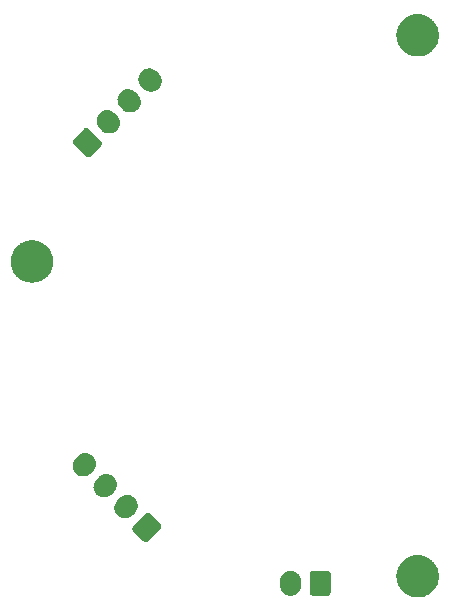
<source format=gbs>
G04 #@! TF.GenerationSoftware,KiCad,Pcbnew,7.0.8-7.0.8~ubuntu22.04.1*
G04 #@! TF.CreationDate,2023-10-24T23:53:50-07:00*
G04 #@! TF.ProjectId,tentacle-board,74656e74-6163-46c6-952d-626f6172642e,REV1*
G04 #@! TF.SameCoordinates,Original*
G04 #@! TF.FileFunction,Soldermask,Bot*
G04 #@! TF.FilePolarity,Negative*
%FSLAX46Y46*%
G04 Gerber Fmt 4.6, Leading zero omitted, Abs format (unit mm)*
G04 Created by KiCad (PCBNEW 7.0.8-7.0.8~ubuntu22.04.1) date 2023-10-24 23:53:50*
%MOMM*%
%LPD*%
G01*
G04 APERTURE LIST*
G04 APERTURE END LIST*
G36*
X128108815Y-114754036D02*
G01*
X128174589Y-114754036D01*
X128233988Y-114762989D01*
X128296287Y-114767445D01*
X128370142Y-114783511D01*
X128440760Y-114794155D01*
X128492646Y-114810159D01*
X128547370Y-114822064D01*
X128624483Y-114850825D01*
X128697979Y-114873496D01*
X128741647Y-114894525D01*
X128788112Y-114911856D01*
X128866380Y-114954593D01*
X128940500Y-114990288D01*
X128975699Y-115014286D01*
X129013631Y-115034999D01*
X129090716Y-115092704D01*
X129162905Y-115141922D01*
X129189802Y-115166879D01*
X129219331Y-115188984D01*
X129292714Y-115262367D01*
X129360226Y-115325009D01*
X129379402Y-115349055D01*
X129401015Y-115370668D01*
X129468044Y-115460209D01*
X129528056Y-115535461D01*
X129540458Y-115556943D01*
X129555000Y-115576368D01*
X129613009Y-115682603D01*
X129662645Y-115768575D01*
X129669524Y-115786102D01*
X129678143Y-115801887D01*
X129724527Y-115926248D01*
X129760987Y-116019146D01*
X129763842Y-116031656D01*
X129767935Y-116042629D01*
X129800202Y-116190961D01*
X129820884Y-116281575D01*
X129821393Y-116288379D01*
X129822554Y-116293712D01*
X129838477Y-116516333D01*
X129841000Y-116550000D01*
X129838476Y-116583669D01*
X129822554Y-116806287D01*
X129821394Y-116811619D01*
X129820884Y-116818425D01*
X129800197Y-116909058D01*
X129767935Y-117057370D01*
X129763842Y-117068341D01*
X129760987Y-117080854D01*
X129724520Y-117173770D01*
X129678143Y-117298112D01*
X129669525Y-117313893D01*
X129662645Y-117331425D01*
X129612998Y-117417414D01*
X129555000Y-117523631D01*
X129540461Y-117543052D01*
X129528056Y-117564539D01*
X129468032Y-117639805D01*
X129401015Y-117729331D01*
X129379406Y-117750939D01*
X129360226Y-117774991D01*
X129292701Y-117837644D01*
X129219331Y-117911015D01*
X129189808Y-117933115D01*
X129162905Y-117958078D01*
X129090701Y-118007305D01*
X129013631Y-118065000D01*
X128975707Y-118085708D01*
X128940500Y-118109712D01*
X128866364Y-118145413D01*
X128788112Y-118188143D01*
X128741656Y-118205469D01*
X128697979Y-118226504D01*
X128624467Y-118249179D01*
X128547370Y-118277935D01*
X128492657Y-118289836D01*
X128440760Y-118305845D01*
X128370127Y-118316491D01*
X128296287Y-118332554D01*
X128234001Y-118337009D01*
X128174589Y-118345964D01*
X128108801Y-118345964D01*
X128040000Y-118350885D01*
X127971199Y-118345964D01*
X127905411Y-118345964D01*
X127845999Y-118337009D01*
X127783712Y-118332554D01*
X127709868Y-118316490D01*
X127639240Y-118305845D01*
X127587344Y-118289837D01*
X127532629Y-118277935D01*
X127455526Y-118249177D01*
X127382021Y-118226504D01*
X127338346Y-118205471D01*
X127291887Y-118188143D01*
X127213626Y-118145409D01*
X127139500Y-118109712D01*
X127104296Y-118085710D01*
X127066368Y-118065000D01*
X126989287Y-118007298D01*
X126917095Y-117958078D01*
X126890195Y-117933119D01*
X126860668Y-117911015D01*
X126787285Y-117837632D01*
X126719774Y-117774991D01*
X126700597Y-117750944D01*
X126678984Y-117729331D01*
X126611950Y-117639785D01*
X126551944Y-117564539D01*
X126539541Y-117543058D01*
X126524999Y-117523631D01*
X126466982Y-117417382D01*
X126417355Y-117331425D01*
X126410476Y-117313900D01*
X126401856Y-117298112D01*
X126355459Y-117173718D01*
X126319013Y-117080854D01*
X126316158Y-117068348D01*
X126312064Y-117057370D01*
X126279780Y-116908964D01*
X126259116Y-116818425D01*
X126258606Y-116811626D01*
X126257445Y-116806287D01*
X126241501Y-116583376D01*
X126239000Y-116550000D01*
X126241501Y-116516626D01*
X126257445Y-116293712D01*
X126258606Y-116288372D01*
X126259116Y-116281575D01*
X126279776Y-116191055D01*
X126312064Y-116042629D01*
X126316159Y-116031649D01*
X126319013Y-116019146D01*
X126355452Y-115926300D01*
X126401856Y-115801887D01*
X126410478Y-115786096D01*
X126417355Y-115768575D01*
X126466972Y-115682635D01*
X126524999Y-115576368D01*
X126539544Y-115556937D01*
X126551944Y-115535461D01*
X126611938Y-115460230D01*
X126678984Y-115370668D01*
X126700601Y-115349050D01*
X126719774Y-115325009D01*
X126787271Y-115262380D01*
X126860668Y-115188984D01*
X126890201Y-115166875D01*
X126917095Y-115141922D01*
X126989272Y-115092712D01*
X127066368Y-115034999D01*
X127104304Y-115014284D01*
X127139500Y-114990288D01*
X127213611Y-114954597D01*
X127291887Y-114911856D01*
X127338355Y-114894524D01*
X127382021Y-114873496D01*
X127455510Y-114850827D01*
X127532629Y-114822064D01*
X127587355Y-114810159D01*
X127639240Y-114794155D01*
X127709853Y-114783511D01*
X127783712Y-114767445D01*
X127846012Y-114762988D01*
X127905411Y-114754036D01*
X127971185Y-114754036D01*
X128040000Y-114749114D01*
X128108815Y-114754036D01*
G37*
G36*
X120458914Y-116106995D02*
G01*
X120463645Y-116109084D01*
X120466811Y-116109501D01*
X120506442Y-116127981D01*
X120560106Y-116151676D01*
X120638324Y-116229894D01*
X120662028Y-116283579D01*
X120680498Y-116323188D01*
X120680914Y-116326351D01*
X120683005Y-116331086D01*
X120691000Y-116400000D01*
X120691000Y-117900000D01*
X120683005Y-117968914D01*
X120680914Y-117973648D01*
X120680498Y-117976811D01*
X120662036Y-118016402D01*
X120638324Y-118070106D01*
X120560106Y-118148324D01*
X120506402Y-118172036D01*
X120466811Y-118190498D01*
X120463648Y-118190914D01*
X120458914Y-118193005D01*
X120390000Y-118201000D01*
X119190000Y-118201000D01*
X119121086Y-118193005D01*
X119116351Y-118190914D01*
X119113188Y-118190498D01*
X119073579Y-118172028D01*
X119019894Y-118148324D01*
X118941676Y-118070106D01*
X118917981Y-118016442D01*
X118899501Y-117976811D01*
X118899084Y-117973645D01*
X118896995Y-117968914D01*
X118889000Y-117900000D01*
X118889000Y-116400000D01*
X118896995Y-116331086D01*
X118899084Y-116326354D01*
X118899501Y-116323188D01*
X118917989Y-116283538D01*
X118941676Y-116229894D01*
X119019894Y-116151676D01*
X119073544Y-116127987D01*
X119113188Y-116109501D01*
X119116354Y-116109084D01*
X119121086Y-116106995D01*
X119190000Y-116099000D01*
X120390000Y-116099000D01*
X120458914Y-116106995D01*
G37*
G36*
X117314350Y-116103936D02*
G01*
X117384180Y-116103936D01*
X117406064Y-116108587D01*
X117426398Y-116109619D01*
X117497376Y-116127996D01*
X117568424Y-116143098D01*
X117586103Y-116150969D01*
X117602845Y-116155304D01*
X117671706Y-116189082D01*
X117740500Y-116219711D01*
X117753702Y-116229303D01*
X117766472Y-116235567D01*
X117829900Y-116284664D01*
X117892887Y-116330427D01*
X117901779Y-116340303D01*
X117910599Y-116347130D01*
X117965315Y-116410867D01*
X118018924Y-116470405D01*
X118024050Y-116479285D01*
X118029315Y-116485417D01*
X118072213Y-116562704D01*
X118113104Y-116633530D01*
X118115334Y-116640394D01*
X118117768Y-116644779D01*
X118146107Y-116735104D01*
X118171311Y-116812672D01*
X118171747Y-116816824D01*
X118172328Y-116818675D01*
X118183850Y-116931978D01*
X118191000Y-117000000D01*
X118191000Y-117300000D01*
X118190888Y-117301059D01*
X118186377Y-117390001D01*
X118176477Y-117438175D01*
X118171311Y-117487328D01*
X118157884Y-117528649D01*
X118149458Y-117569656D01*
X118129292Y-117616645D01*
X118113104Y-117666470D01*
X118092877Y-117701504D01*
X118077584Y-117737141D01*
X118046605Y-117781648D01*
X118018924Y-117829595D01*
X117993857Y-117857434D01*
X117973462Y-117886737D01*
X117931901Y-117926242D01*
X117892887Y-117969573D01*
X117865014Y-117989823D01*
X117841364Y-118012305D01*
X117790043Y-118044293D01*
X117740500Y-118080289D01*
X117711777Y-118093077D01*
X117686692Y-118108713D01*
X117627025Y-118130810D01*
X117568424Y-118156902D01*
X117540620Y-118162811D01*
X117515779Y-118172012D01*
X117449735Y-118182129D01*
X117384180Y-118196064D01*
X117358781Y-118196064D01*
X117335622Y-118199612D01*
X117265669Y-118196064D01*
X117195820Y-118196064D01*
X117173929Y-118191411D01*
X117153601Y-118190380D01*
X117082639Y-118172006D01*
X117011576Y-118156902D01*
X116993892Y-118149028D01*
X116977154Y-118144695D01*
X116908304Y-118110922D01*
X116839500Y-118080289D01*
X116826295Y-118070695D01*
X116813527Y-118064432D01*
X116750104Y-118015339D01*
X116687113Y-117969573D01*
X116678219Y-117959695D01*
X116669400Y-117952869D01*
X116614681Y-117889129D01*
X116561076Y-117829595D01*
X116555949Y-117820715D01*
X116550684Y-117814582D01*
X116507775Y-117737275D01*
X116466896Y-117666470D01*
X116464666Y-117659607D01*
X116462231Y-117655220D01*
X116433872Y-117564833D01*
X116408689Y-117487328D01*
X116408252Y-117483178D01*
X116407671Y-117481324D01*
X116396144Y-117367975D01*
X116389000Y-117300000D01*
X116389000Y-117000000D01*
X116389111Y-116998941D01*
X116393622Y-116909998D01*
X116403524Y-116861812D01*
X116408689Y-116812672D01*
X116422111Y-116771360D01*
X116430541Y-116730343D01*
X116450711Y-116683340D01*
X116466896Y-116633530D01*
X116487117Y-116598505D01*
X116502415Y-116562858D01*
X116533402Y-116518337D01*
X116561076Y-116470405D01*
X116586135Y-116442573D01*
X116606537Y-116413262D01*
X116648110Y-116373743D01*
X116687113Y-116330427D01*
X116714976Y-116310182D01*
X116738635Y-116287694D01*
X116789971Y-116255695D01*
X116839500Y-116219711D01*
X116868213Y-116206927D01*
X116893307Y-116191286D01*
X116952992Y-116169180D01*
X117011576Y-116143098D01*
X117039370Y-116137190D01*
X117064220Y-116127987D01*
X117130283Y-116117866D01*
X117195820Y-116103936D01*
X117221211Y-116103936D01*
X117244377Y-116100387D01*
X117314350Y-116103936D01*
G37*
G36*
X105318382Y-111210187D02*
G01*
X105359487Y-111225148D01*
X105362021Y-111227092D01*
X105366844Y-111228961D01*
X105421226Y-111272037D01*
X105647245Y-111498056D01*
X106267671Y-112118481D01*
X106267674Y-112118485D01*
X106269755Y-112120566D01*
X106312831Y-112174948D01*
X106314698Y-112179769D01*
X106316642Y-112182302D01*
X106331595Y-112223386D01*
X106352790Y-112278096D01*
X106352790Y-112388713D01*
X106331592Y-112443431D01*
X106316643Y-112484504D01*
X106314700Y-112487035D01*
X106312831Y-112491861D01*
X106269755Y-112546244D01*
X105244450Y-113571549D01*
X105190067Y-113614625D01*
X105185243Y-113616493D01*
X105182712Y-113618436D01*
X105141637Y-113633386D01*
X105086919Y-113654584D01*
X104976302Y-113654584D01*
X104921599Y-113633392D01*
X104880510Y-113618437D01*
X104877977Y-113616493D01*
X104873154Y-113614625D01*
X104818772Y-113571549D01*
X104394505Y-113147282D01*
X103972326Y-112725104D01*
X103972322Y-112725099D01*
X103970243Y-112723020D01*
X103927167Y-112668638D01*
X103925299Y-112663816D01*
X103923355Y-112661283D01*
X103908398Y-112620190D01*
X103887208Y-112565490D01*
X103887208Y-112454873D01*
X103908389Y-112400195D01*
X103923354Y-112359081D01*
X103925299Y-112356545D01*
X103927167Y-112351725D01*
X103970243Y-112297342D01*
X104726767Y-111540818D01*
X104993464Y-111274120D01*
X104993468Y-111274116D01*
X104995548Y-111272037D01*
X105049931Y-111228961D01*
X105054750Y-111227094D01*
X105057285Y-111225149D01*
X105098394Y-111210186D01*
X105153079Y-111189002D01*
X105263696Y-111189002D01*
X105318382Y-111210187D01*
G37*
G36*
X103521792Y-109671260D02*
G01*
X103554424Y-109672088D01*
X103613354Y-109685762D01*
X103673816Y-109695339D01*
X103703156Y-109706601D01*
X103731962Y-109713286D01*
X103789793Y-109739858D01*
X103849666Y-109762841D01*
X103873501Y-109778320D01*
X103897572Y-109789380D01*
X103951428Y-109828927D01*
X104007638Y-109865430D01*
X104025596Y-109883388D01*
X104044482Y-109897256D01*
X104091441Y-109949233D01*
X104140828Y-109998620D01*
X104153015Y-110017387D01*
X104166664Y-110032494D01*
X104203858Y-110095677D01*
X104243417Y-110156592D01*
X104250351Y-110174657D01*
X104259125Y-110189561D01*
X104283936Y-110262148D01*
X104310919Y-110332442D01*
X104313471Y-110348557D01*
X104318073Y-110362020D01*
X104328207Y-110441596D01*
X104340385Y-110518484D01*
X104339689Y-110531756D01*
X104341098Y-110542817D01*
X104334720Y-110626560D01*
X104330527Y-110706585D01*
X104327872Y-110716491D01*
X104327259Y-110724550D01*
X104302941Y-110809535D01*
X104281776Y-110888527D01*
X104278499Y-110894958D01*
X104277120Y-110899778D01*
X104233321Y-110983623D01*
X104196262Y-111056358D01*
X104193630Y-111059607D01*
X104192735Y-111061322D01*
X104120998Y-111149299D01*
X104077723Y-111202741D01*
X103900947Y-111379517D01*
X103900099Y-111380203D01*
X103834035Y-111439890D01*
X103792975Y-111466951D01*
X103754564Y-111498056D01*
X103715849Y-111517781D01*
X103680897Y-111540818D01*
X103633415Y-111559784D01*
X103586733Y-111583570D01*
X103547653Y-111594041D01*
X103511639Y-111608427D01*
X103458256Y-111617995D01*
X103404791Y-111632321D01*
X103367393Y-111634280D01*
X103332244Y-111640581D01*
X103274909Y-111639127D01*
X103216690Y-111642179D01*
X103182664Y-111636789D01*
X103150039Y-111635963D01*
X103091120Y-111622290D01*
X103030648Y-111612713D01*
X103001302Y-111601448D01*
X102972501Y-111594765D01*
X102914677Y-111568196D01*
X102854798Y-111545211D01*
X102830959Y-111529729D01*
X102806891Y-111518671D01*
X102753038Y-111479127D01*
X102696826Y-111442622D01*
X102678866Y-111424662D01*
X102659981Y-111410795D01*
X102613021Y-111358817D01*
X102563636Y-111309432D01*
X102551448Y-111290665D01*
X102537799Y-111275557D01*
X102500601Y-111212367D01*
X102461047Y-111151460D01*
X102454113Y-111133396D01*
X102445338Y-111118490D01*
X102420521Y-111045887D01*
X102393545Y-110975610D01*
X102390993Y-110959497D01*
X102386390Y-110946031D01*
X102376252Y-110866427D01*
X102364079Y-110789568D01*
X102364774Y-110776300D01*
X102363365Y-110765234D01*
X102369745Y-110681446D01*
X102373937Y-110601467D01*
X102376589Y-110591566D01*
X102377204Y-110583501D01*
X102401541Y-110498446D01*
X102422688Y-110419525D01*
X102425961Y-110413099D01*
X102427343Y-110408273D01*
X102471202Y-110324309D01*
X102508202Y-110251694D01*
X102510829Y-110248449D01*
X102511728Y-110246729D01*
X102583727Y-110158427D01*
X102626741Y-110105311D01*
X102628352Y-110103699D01*
X102628357Y-110103694D01*
X102802704Y-109929347D01*
X102802714Y-109929337D01*
X102803517Y-109928535D01*
X102804344Y-109927865D01*
X102870428Y-109868161D01*
X102911499Y-109841092D01*
X102949900Y-109809996D01*
X102988603Y-109790275D01*
X103023566Y-109767233D01*
X103071061Y-109748261D01*
X103117731Y-109724482D01*
X103156800Y-109714013D01*
X103192824Y-109699624D01*
X103246221Y-109690053D01*
X103299673Y-109675731D01*
X103337061Y-109673771D01*
X103372219Y-109667470D01*
X103429567Y-109668923D01*
X103487774Y-109665873D01*
X103521792Y-109671260D01*
G37*
G36*
X101754025Y-107903493D02*
G01*
X101786657Y-107904321D01*
X101845587Y-107917995D01*
X101906049Y-107927572D01*
X101935389Y-107938834D01*
X101964195Y-107945519D01*
X102022026Y-107972091D01*
X102081899Y-107995074D01*
X102105734Y-108010553D01*
X102129805Y-108021613D01*
X102183661Y-108061160D01*
X102239871Y-108097663D01*
X102257829Y-108115621D01*
X102276715Y-108129489D01*
X102323674Y-108181466D01*
X102373061Y-108230853D01*
X102385248Y-108249620D01*
X102398897Y-108264727D01*
X102436091Y-108327910D01*
X102475650Y-108388825D01*
X102482584Y-108406890D01*
X102491358Y-108421794D01*
X102516169Y-108494381D01*
X102543152Y-108564675D01*
X102545704Y-108580790D01*
X102550306Y-108594253D01*
X102560440Y-108673829D01*
X102572618Y-108750717D01*
X102571922Y-108763989D01*
X102573331Y-108775050D01*
X102566953Y-108858793D01*
X102562760Y-108938818D01*
X102560105Y-108948724D01*
X102559492Y-108956783D01*
X102535174Y-109041768D01*
X102514009Y-109120760D01*
X102510732Y-109127191D01*
X102509353Y-109132011D01*
X102465554Y-109215856D01*
X102428495Y-109288591D01*
X102425863Y-109291840D01*
X102424968Y-109293555D01*
X102353231Y-109381532D01*
X102309956Y-109434974D01*
X102133180Y-109611750D01*
X102132332Y-109612436D01*
X102066268Y-109672123D01*
X102025208Y-109699184D01*
X101986797Y-109730289D01*
X101948082Y-109750014D01*
X101913130Y-109773051D01*
X101865648Y-109792017D01*
X101818966Y-109815803D01*
X101779886Y-109826274D01*
X101743872Y-109840660D01*
X101690489Y-109850228D01*
X101637024Y-109864554D01*
X101599626Y-109866513D01*
X101564477Y-109872814D01*
X101507142Y-109871360D01*
X101448923Y-109874412D01*
X101414897Y-109869022D01*
X101382272Y-109868196D01*
X101323353Y-109854523D01*
X101262881Y-109844946D01*
X101233535Y-109833681D01*
X101204734Y-109826998D01*
X101146910Y-109800429D01*
X101087031Y-109777444D01*
X101063192Y-109761962D01*
X101039124Y-109750904D01*
X100985271Y-109711360D01*
X100929059Y-109674855D01*
X100911099Y-109656895D01*
X100892214Y-109643028D01*
X100845254Y-109591050D01*
X100795869Y-109541665D01*
X100783681Y-109522898D01*
X100770032Y-109507790D01*
X100732834Y-109444600D01*
X100693280Y-109383693D01*
X100686346Y-109365629D01*
X100677571Y-109350723D01*
X100652754Y-109278120D01*
X100625778Y-109207843D01*
X100623226Y-109191730D01*
X100618623Y-109178264D01*
X100608485Y-109098660D01*
X100596312Y-109021801D01*
X100597007Y-109008533D01*
X100595598Y-108997467D01*
X100601978Y-108913679D01*
X100606170Y-108833700D01*
X100608822Y-108823799D01*
X100609437Y-108815734D01*
X100633774Y-108730679D01*
X100654921Y-108651758D01*
X100658194Y-108645332D01*
X100659576Y-108640506D01*
X100703435Y-108556542D01*
X100740435Y-108483927D01*
X100743062Y-108480682D01*
X100743961Y-108478962D01*
X100815960Y-108390660D01*
X100858974Y-108337544D01*
X100860585Y-108335932D01*
X100860590Y-108335927D01*
X101034937Y-108161580D01*
X101034947Y-108161570D01*
X101035750Y-108160768D01*
X101036577Y-108160098D01*
X101102661Y-108100394D01*
X101143732Y-108073325D01*
X101182133Y-108042229D01*
X101220836Y-108022508D01*
X101255799Y-107999466D01*
X101303294Y-107980494D01*
X101349964Y-107956715D01*
X101389033Y-107946246D01*
X101425057Y-107931857D01*
X101478454Y-107922286D01*
X101531906Y-107907964D01*
X101569294Y-107906004D01*
X101604452Y-107899703D01*
X101661800Y-107901156D01*
X101720007Y-107898106D01*
X101754025Y-107903493D01*
G37*
G36*
X99986258Y-106135726D02*
G01*
X100018890Y-106136554D01*
X100077820Y-106150228D01*
X100138282Y-106159805D01*
X100167622Y-106171067D01*
X100196428Y-106177752D01*
X100254259Y-106204324D01*
X100314132Y-106227307D01*
X100337967Y-106242786D01*
X100362038Y-106253846D01*
X100415894Y-106293393D01*
X100472104Y-106329896D01*
X100490062Y-106347854D01*
X100508948Y-106361722D01*
X100555907Y-106413699D01*
X100605294Y-106463086D01*
X100617481Y-106481853D01*
X100631130Y-106496960D01*
X100668324Y-106560143D01*
X100707883Y-106621058D01*
X100714817Y-106639123D01*
X100723591Y-106654027D01*
X100748402Y-106726614D01*
X100775385Y-106796908D01*
X100777937Y-106813023D01*
X100782539Y-106826486D01*
X100792673Y-106906062D01*
X100804851Y-106982950D01*
X100804155Y-106996222D01*
X100805564Y-107007283D01*
X100799186Y-107091026D01*
X100794993Y-107171051D01*
X100792338Y-107180957D01*
X100791725Y-107189016D01*
X100767407Y-107274001D01*
X100746242Y-107352993D01*
X100742965Y-107359424D01*
X100741586Y-107364244D01*
X100697787Y-107448089D01*
X100660728Y-107520824D01*
X100658096Y-107524073D01*
X100657201Y-107525788D01*
X100585464Y-107613765D01*
X100542189Y-107667207D01*
X100365413Y-107843983D01*
X100364565Y-107844669D01*
X100298501Y-107904356D01*
X100257441Y-107931417D01*
X100219030Y-107962522D01*
X100180315Y-107982247D01*
X100145363Y-108005284D01*
X100097881Y-108024250D01*
X100051199Y-108048036D01*
X100012119Y-108058507D01*
X99976105Y-108072893D01*
X99922722Y-108082461D01*
X99869257Y-108096787D01*
X99831859Y-108098746D01*
X99796710Y-108105047D01*
X99739375Y-108103593D01*
X99681156Y-108106645D01*
X99647130Y-108101255D01*
X99614505Y-108100429D01*
X99555586Y-108086756D01*
X99495114Y-108077179D01*
X99465768Y-108065914D01*
X99436967Y-108059231D01*
X99379143Y-108032662D01*
X99319264Y-108009677D01*
X99295425Y-107994195D01*
X99271357Y-107983137D01*
X99217504Y-107943593D01*
X99161292Y-107907088D01*
X99143332Y-107889128D01*
X99124447Y-107875261D01*
X99077487Y-107823283D01*
X99028102Y-107773898D01*
X99015914Y-107755131D01*
X99002265Y-107740023D01*
X98965067Y-107676833D01*
X98925513Y-107615926D01*
X98918579Y-107597862D01*
X98909804Y-107582956D01*
X98884987Y-107510353D01*
X98858011Y-107440076D01*
X98855459Y-107423963D01*
X98850856Y-107410497D01*
X98840718Y-107330893D01*
X98828545Y-107254034D01*
X98829240Y-107240766D01*
X98827831Y-107229700D01*
X98834211Y-107145912D01*
X98838403Y-107065933D01*
X98841055Y-107056032D01*
X98841670Y-107047967D01*
X98866007Y-106962912D01*
X98887154Y-106883991D01*
X98890427Y-106877565D01*
X98891809Y-106872739D01*
X98935668Y-106788775D01*
X98972668Y-106716160D01*
X98975295Y-106712915D01*
X98976194Y-106711195D01*
X99048193Y-106622893D01*
X99091207Y-106569777D01*
X99092818Y-106568165D01*
X99092823Y-106568160D01*
X99267170Y-106393813D01*
X99267180Y-106393803D01*
X99267983Y-106393001D01*
X99268810Y-106392331D01*
X99334894Y-106332627D01*
X99375965Y-106305558D01*
X99414366Y-106274462D01*
X99453069Y-106254741D01*
X99488032Y-106231699D01*
X99535527Y-106212727D01*
X99582197Y-106188948D01*
X99621266Y-106178479D01*
X99657290Y-106164090D01*
X99710687Y-106154519D01*
X99764139Y-106140197D01*
X99801527Y-106138237D01*
X99836685Y-106131936D01*
X99894033Y-106133389D01*
X99952240Y-106130339D01*
X99986258Y-106135726D01*
G37*
G36*
X95458815Y-88104036D02*
G01*
X95524589Y-88104036D01*
X95583988Y-88112989D01*
X95646287Y-88117445D01*
X95720142Y-88133511D01*
X95790760Y-88144155D01*
X95842646Y-88160159D01*
X95897370Y-88172064D01*
X95974483Y-88200825D01*
X96047979Y-88223496D01*
X96091647Y-88244525D01*
X96138112Y-88261856D01*
X96216380Y-88304593D01*
X96290500Y-88340288D01*
X96325699Y-88364286D01*
X96363631Y-88384999D01*
X96440716Y-88442704D01*
X96512905Y-88491922D01*
X96539802Y-88516879D01*
X96569331Y-88538984D01*
X96642714Y-88612367D01*
X96710226Y-88675009D01*
X96729402Y-88699055D01*
X96751015Y-88720668D01*
X96818044Y-88810209D01*
X96878056Y-88885461D01*
X96890458Y-88906943D01*
X96905000Y-88926368D01*
X96963009Y-89032603D01*
X97012645Y-89118575D01*
X97019524Y-89136102D01*
X97028143Y-89151887D01*
X97074527Y-89276248D01*
X97110987Y-89369146D01*
X97113842Y-89381656D01*
X97117935Y-89392629D01*
X97150202Y-89540961D01*
X97170884Y-89631575D01*
X97171393Y-89638379D01*
X97172554Y-89643712D01*
X97188477Y-89866333D01*
X97191000Y-89900000D01*
X97188476Y-89933669D01*
X97172554Y-90156287D01*
X97171394Y-90161619D01*
X97170884Y-90168425D01*
X97150197Y-90259058D01*
X97117935Y-90407370D01*
X97113842Y-90418341D01*
X97110987Y-90430854D01*
X97074520Y-90523770D01*
X97028143Y-90648112D01*
X97019525Y-90663893D01*
X97012645Y-90681425D01*
X96962998Y-90767414D01*
X96905000Y-90873631D01*
X96890461Y-90893052D01*
X96878056Y-90914539D01*
X96818032Y-90989805D01*
X96751015Y-91079331D01*
X96729406Y-91100939D01*
X96710226Y-91124991D01*
X96642701Y-91187644D01*
X96569331Y-91261015D01*
X96539808Y-91283115D01*
X96512905Y-91308078D01*
X96440701Y-91357305D01*
X96363631Y-91415000D01*
X96325707Y-91435708D01*
X96290500Y-91459712D01*
X96216364Y-91495413D01*
X96138112Y-91538143D01*
X96091656Y-91555469D01*
X96047979Y-91576504D01*
X95974467Y-91599179D01*
X95897370Y-91627935D01*
X95842657Y-91639836D01*
X95790760Y-91655845D01*
X95720127Y-91666491D01*
X95646287Y-91682554D01*
X95584001Y-91687009D01*
X95524589Y-91695964D01*
X95458801Y-91695964D01*
X95390000Y-91700885D01*
X95321199Y-91695964D01*
X95255411Y-91695964D01*
X95195999Y-91687009D01*
X95133712Y-91682554D01*
X95059868Y-91666490D01*
X94989240Y-91655845D01*
X94937344Y-91639837D01*
X94882629Y-91627935D01*
X94805526Y-91599177D01*
X94732021Y-91576504D01*
X94688346Y-91555471D01*
X94641887Y-91538143D01*
X94563626Y-91495409D01*
X94489500Y-91459712D01*
X94454296Y-91435710D01*
X94416368Y-91415000D01*
X94339287Y-91357298D01*
X94267095Y-91308078D01*
X94240195Y-91283119D01*
X94210668Y-91261015D01*
X94137285Y-91187632D01*
X94069774Y-91124991D01*
X94050597Y-91100944D01*
X94028984Y-91079331D01*
X93961950Y-90989785D01*
X93901944Y-90914539D01*
X93889541Y-90893058D01*
X93874999Y-90873631D01*
X93816982Y-90767382D01*
X93767355Y-90681425D01*
X93760476Y-90663900D01*
X93751856Y-90648112D01*
X93705459Y-90523718D01*
X93669013Y-90430854D01*
X93666158Y-90418348D01*
X93662064Y-90407370D01*
X93629780Y-90258964D01*
X93609116Y-90168425D01*
X93608606Y-90161626D01*
X93607445Y-90156287D01*
X93591501Y-89933376D01*
X93589000Y-89900000D01*
X93591501Y-89866626D01*
X93607445Y-89643712D01*
X93608606Y-89638372D01*
X93609116Y-89631575D01*
X93629776Y-89541055D01*
X93662064Y-89392629D01*
X93666159Y-89381649D01*
X93669013Y-89369146D01*
X93705452Y-89276300D01*
X93751856Y-89151887D01*
X93760478Y-89136096D01*
X93767355Y-89118575D01*
X93816972Y-89032635D01*
X93874999Y-88926368D01*
X93889544Y-88906937D01*
X93901944Y-88885461D01*
X93961938Y-88810230D01*
X94028984Y-88720668D01*
X94050601Y-88699050D01*
X94069774Y-88675009D01*
X94137271Y-88612380D01*
X94210668Y-88538984D01*
X94240201Y-88516875D01*
X94267095Y-88491922D01*
X94339272Y-88442712D01*
X94416368Y-88384999D01*
X94454304Y-88364284D01*
X94489500Y-88340288D01*
X94563611Y-88304597D01*
X94641887Y-88261856D01*
X94688355Y-88244524D01*
X94732021Y-88223496D01*
X94805510Y-88200827D01*
X94882629Y-88172064D01*
X94937355Y-88160159D01*
X94989240Y-88144155D01*
X95059853Y-88133511D01*
X95133712Y-88117445D01*
X95196012Y-88112988D01*
X95255411Y-88104036D01*
X95321185Y-88104036D01*
X95390000Y-88099114D01*
X95458815Y-88104036D01*
G37*
G36*
X100103465Y-78630253D02*
G01*
X100144570Y-78645214D01*
X100147104Y-78647158D01*
X100151927Y-78649027D01*
X100206310Y-78692103D01*
X101231615Y-79717408D01*
X101274691Y-79771791D01*
X101276558Y-79776612D01*
X101278502Y-79779145D01*
X101293455Y-79820229D01*
X101314650Y-79874939D01*
X101314650Y-79985556D01*
X101293452Y-80040274D01*
X101278503Y-80081347D01*
X101276560Y-80083878D01*
X101274691Y-80088704D01*
X101231615Y-80143086D01*
X100383086Y-80991615D01*
X100328704Y-81034691D01*
X100323880Y-81036559D01*
X100321349Y-81038502D01*
X100280274Y-81053452D01*
X100225556Y-81074650D01*
X100114939Y-81074650D01*
X100060236Y-81053458D01*
X100019147Y-81038503D01*
X100016614Y-81036559D01*
X100011791Y-81034691D01*
X99957408Y-80991615D01*
X98932103Y-79966310D01*
X98889027Y-79911927D01*
X98887159Y-79907105D01*
X98885215Y-79904572D01*
X98870258Y-79863479D01*
X98849068Y-79808779D01*
X98849068Y-79698162D01*
X98870249Y-79643484D01*
X98885214Y-79602370D01*
X98887159Y-79599834D01*
X98889027Y-79595014D01*
X98932103Y-79540632D01*
X98934191Y-79538544D01*
X99778547Y-78694186D01*
X99778555Y-78694179D01*
X99780632Y-78692103D01*
X99835014Y-78649027D01*
X99839833Y-78647160D01*
X99842368Y-78645215D01*
X99883477Y-78630252D01*
X99938162Y-78609068D01*
X100048779Y-78609068D01*
X100103465Y-78630253D01*
G37*
G36*
X101822202Y-77091605D02*
G01*
X101902185Y-77095797D01*
X101912085Y-77098449D01*
X101920150Y-77099064D01*
X102005190Y-77123396D01*
X102084127Y-77144548D01*
X102090553Y-77147822D01*
X102095378Y-77149203D01*
X102179301Y-77193041D01*
X102251958Y-77230062D01*
X102255204Y-77232690D01*
X102256922Y-77233588D01*
X102345078Y-77305469D01*
X102398341Y-77348601D01*
X102575117Y-77525377D01*
X102575795Y-77526214D01*
X102635490Y-77592288D01*
X102662554Y-77633353D01*
X102693656Y-77671760D01*
X102713379Y-77710469D01*
X102736418Y-77745426D01*
X102755386Y-77792912D01*
X102779170Y-77839591D01*
X102789640Y-77878667D01*
X102804027Y-77914684D01*
X102813595Y-77968069D01*
X102827921Y-78021533D01*
X102829880Y-78058928D01*
X102836181Y-78094079D01*
X102834727Y-78151414D01*
X102837779Y-78209634D01*
X102832389Y-78243659D01*
X102831563Y-78276284D01*
X102817891Y-78335200D01*
X102808313Y-78395676D01*
X102797047Y-78425022D01*
X102790365Y-78453822D01*
X102763798Y-78511640D01*
X102740811Y-78571526D01*
X102725328Y-78595367D01*
X102714271Y-78619432D01*
X102674732Y-78673276D01*
X102638222Y-78729498D01*
X102620260Y-78747459D01*
X102606395Y-78766342D01*
X102554427Y-78813292D01*
X102505032Y-78862688D01*
X102486261Y-78874878D01*
X102471157Y-78888524D01*
X102407983Y-78925712D01*
X102347060Y-78965277D01*
X102328991Y-78972212D01*
X102314090Y-78980985D01*
X102241511Y-79005792D01*
X102171210Y-79032779D01*
X102155092Y-79035331D01*
X102141631Y-79039933D01*
X102062059Y-79050066D01*
X101985168Y-79062245D01*
X101971894Y-79061549D01*
X101960834Y-79062958D01*
X101877088Y-79056580D01*
X101797067Y-79052387D01*
X101787161Y-79049732D01*
X101779101Y-79049119D01*
X101694101Y-79024797D01*
X101615125Y-79003636D01*
X101608694Y-79000359D01*
X101603873Y-78998980D01*
X101519987Y-78955161D01*
X101447294Y-78918122D01*
X101444046Y-78915492D01*
X101442329Y-78914595D01*
X101354206Y-78842740D01*
X101300911Y-78799583D01*
X101124135Y-78622807D01*
X101123457Y-78621970D01*
X101063761Y-78555895D01*
X101036695Y-78514828D01*
X101005596Y-78476424D01*
X100985873Y-78437716D01*
X100962833Y-78402757D01*
X100943863Y-78355265D01*
X100920082Y-78308593D01*
X100909612Y-78269520D01*
X100895224Y-78233499D01*
X100885653Y-78180104D01*
X100871331Y-78126651D01*
X100869371Y-78089261D01*
X100863070Y-78054104D01*
X100864523Y-77996756D01*
X100861473Y-77938550D01*
X100866860Y-77904531D01*
X100867688Y-77871899D01*
X100881363Y-77812966D01*
X100890939Y-77752508D01*
X100902200Y-77723169D01*
X100908886Y-77694361D01*
X100935460Y-77636524D01*
X100958441Y-77576658D01*
X100973918Y-77552824D01*
X100984980Y-77528751D01*
X101024532Y-77474886D01*
X101061030Y-77418686D01*
X101078985Y-77400730D01*
X101092856Y-77381841D01*
X101144844Y-77334871D01*
X101194220Y-77285496D01*
X101212983Y-77273310D01*
X101228094Y-77259659D01*
X101291294Y-77222454D01*
X101352192Y-77182907D01*
X101370252Y-77175974D01*
X101385161Y-77167198D01*
X101457772Y-77142378D01*
X101528042Y-77115405D01*
X101544152Y-77112853D01*
X101557620Y-77108250D01*
X101637228Y-77098111D01*
X101714084Y-77085939D01*
X101727350Y-77086634D01*
X101738417Y-77085225D01*
X101822202Y-77091605D01*
G37*
G36*
X103589969Y-75323838D02*
G01*
X103669952Y-75328030D01*
X103679852Y-75330682D01*
X103687917Y-75331297D01*
X103772957Y-75355629D01*
X103851894Y-75376781D01*
X103858320Y-75380055D01*
X103863145Y-75381436D01*
X103947068Y-75425274D01*
X104019725Y-75462295D01*
X104022971Y-75464923D01*
X104024689Y-75465821D01*
X104112845Y-75537702D01*
X104166108Y-75580834D01*
X104342884Y-75757610D01*
X104343562Y-75758447D01*
X104403257Y-75824521D01*
X104430321Y-75865586D01*
X104461423Y-75903993D01*
X104481146Y-75942702D01*
X104504185Y-75977659D01*
X104523153Y-76025145D01*
X104546937Y-76071824D01*
X104557407Y-76110900D01*
X104571794Y-76146917D01*
X104581362Y-76200302D01*
X104595688Y-76253766D01*
X104597647Y-76291161D01*
X104603948Y-76326312D01*
X104602494Y-76383647D01*
X104605546Y-76441867D01*
X104600156Y-76475892D01*
X104599330Y-76508517D01*
X104585658Y-76567433D01*
X104576080Y-76627909D01*
X104564814Y-76657255D01*
X104558132Y-76686055D01*
X104531565Y-76743873D01*
X104508578Y-76803759D01*
X104493095Y-76827600D01*
X104482038Y-76851665D01*
X104442499Y-76905509D01*
X104405989Y-76961731D01*
X104388027Y-76979692D01*
X104374162Y-76998575D01*
X104322194Y-77045525D01*
X104272799Y-77094921D01*
X104254028Y-77107111D01*
X104238924Y-77120757D01*
X104175750Y-77157945D01*
X104114827Y-77197510D01*
X104096758Y-77204445D01*
X104081857Y-77213218D01*
X104009278Y-77238025D01*
X103938977Y-77265012D01*
X103922859Y-77267564D01*
X103909398Y-77272166D01*
X103829826Y-77282299D01*
X103752935Y-77294478D01*
X103739661Y-77293782D01*
X103728601Y-77295191D01*
X103644855Y-77288813D01*
X103564834Y-77284620D01*
X103554928Y-77281965D01*
X103546868Y-77281352D01*
X103461868Y-77257030D01*
X103382892Y-77235869D01*
X103376461Y-77232592D01*
X103371640Y-77231213D01*
X103287754Y-77187394D01*
X103215061Y-77150355D01*
X103211813Y-77147725D01*
X103210096Y-77146828D01*
X103121973Y-77074973D01*
X103068678Y-77031816D01*
X102891902Y-76855040D01*
X102891224Y-76854203D01*
X102831528Y-76788128D01*
X102804462Y-76747061D01*
X102773363Y-76708657D01*
X102753640Y-76669949D01*
X102730600Y-76634990D01*
X102711630Y-76587498D01*
X102687849Y-76540826D01*
X102677379Y-76501753D01*
X102662991Y-76465732D01*
X102653420Y-76412337D01*
X102639098Y-76358884D01*
X102637138Y-76321494D01*
X102630837Y-76286337D01*
X102632290Y-76228989D01*
X102629240Y-76170783D01*
X102634627Y-76136764D01*
X102635455Y-76104132D01*
X102649130Y-76045199D01*
X102658706Y-75984741D01*
X102669967Y-75955402D01*
X102676653Y-75926594D01*
X102703227Y-75868757D01*
X102726208Y-75808891D01*
X102741685Y-75785057D01*
X102752747Y-75760984D01*
X102792299Y-75707119D01*
X102828797Y-75650919D01*
X102846752Y-75632963D01*
X102860623Y-75614074D01*
X102912611Y-75567104D01*
X102961987Y-75517729D01*
X102980750Y-75505543D01*
X102995861Y-75491892D01*
X103059061Y-75454687D01*
X103119959Y-75415140D01*
X103138019Y-75408207D01*
X103152928Y-75399431D01*
X103225539Y-75374611D01*
X103295809Y-75347638D01*
X103311919Y-75345086D01*
X103325387Y-75340483D01*
X103404995Y-75330344D01*
X103481851Y-75318172D01*
X103495117Y-75318867D01*
X103506184Y-75317458D01*
X103589969Y-75323838D01*
G37*
G36*
X105357736Y-73556071D02*
G01*
X105437719Y-73560263D01*
X105447619Y-73562915D01*
X105455684Y-73563530D01*
X105540724Y-73587862D01*
X105619661Y-73609014D01*
X105626087Y-73612288D01*
X105630912Y-73613669D01*
X105714835Y-73657507D01*
X105787492Y-73694528D01*
X105790738Y-73697156D01*
X105792456Y-73698054D01*
X105880612Y-73769935D01*
X105933875Y-73813067D01*
X106110651Y-73989843D01*
X106111329Y-73990680D01*
X106171024Y-74056754D01*
X106198088Y-74097819D01*
X106229190Y-74136226D01*
X106248913Y-74174935D01*
X106271952Y-74209892D01*
X106290920Y-74257378D01*
X106314704Y-74304057D01*
X106325174Y-74343133D01*
X106339561Y-74379150D01*
X106349129Y-74432535D01*
X106363455Y-74485999D01*
X106365414Y-74523394D01*
X106371715Y-74558545D01*
X106370261Y-74615880D01*
X106373313Y-74674100D01*
X106367923Y-74708125D01*
X106367097Y-74740750D01*
X106353425Y-74799666D01*
X106343847Y-74860142D01*
X106332581Y-74889488D01*
X106325899Y-74918288D01*
X106299332Y-74976106D01*
X106276345Y-75035992D01*
X106260862Y-75059833D01*
X106249805Y-75083898D01*
X106210266Y-75137742D01*
X106173756Y-75193964D01*
X106155794Y-75211925D01*
X106141929Y-75230808D01*
X106089961Y-75277758D01*
X106040566Y-75327154D01*
X106021795Y-75339344D01*
X106006691Y-75352990D01*
X105943517Y-75390178D01*
X105882594Y-75429743D01*
X105864525Y-75436678D01*
X105849624Y-75445451D01*
X105777045Y-75470258D01*
X105706744Y-75497245D01*
X105690626Y-75499797D01*
X105677165Y-75504399D01*
X105597593Y-75514532D01*
X105520702Y-75526711D01*
X105507428Y-75526015D01*
X105496368Y-75527424D01*
X105412622Y-75521046D01*
X105332601Y-75516853D01*
X105322695Y-75514198D01*
X105314635Y-75513585D01*
X105229635Y-75489263D01*
X105150659Y-75468102D01*
X105144228Y-75464825D01*
X105139407Y-75463446D01*
X105055521Y-75419627D01*
X104982828Y-75382588D01*
X104979580Y-75379958D01*
X104977863Y-75379061D01*
X104889740Y-75307206D01*
X104836445Y-75264049D01*
X104659669Y-75087273D01*
X104658991Y-75086436D01*
X104599295Y-75020361D01*
X104572229Y-74979294D01*
X104541130Y-74940890D01*
X104521407Y-74902182D01*
X104498367Y-74867223D01*
X104479397Y-74819731D01*
X104455616Y-74773059D01*
X104445146Y-74733986D01*
X104430758Y-74697965D01*
X104421187Y-74644570D01*
X104406865Y-74591117D01*
X104404905Y-74553727D01*
X104398604Y-74518570D01*
X104400057Y-74461222D01*
X104397007Y-74403016D01*
X104402394Y-74368997D01*
X104403222Y-74336365D01*
X104416897Y-74277432D01*
X104426473Y-74216974D01*
X104437734Y-74187635D01*
X104444420Y-74158827D01*
X104470994Y-74100990D01*
X104493975Y-74041124D01*
X104509452Y-74017290D01*
X104520514Y-73993217D01*
X104560066Y-73939352D01*
X104596564Y-73883152D01*
X104614519Y-73865196D01*
X104628390Y-73846307D01*
X104680378Y-73799337D01*
X104729754Y-73749962D01*
X104748517Y-73737776D01*
X104763628Y-73724125D01*
X104826828Y-73686920D01*
X104887726Y-73647373D01*
X104905786Y-73640440D01*
X104920695Y-73631664D01*
X104993306Y-73606844D01*
X105063576Y-73579871D01*
X105079686Y-73577319D01*
X105093154Y-73572716D01*
X105172762Y-73562577D01*
X105249618Y-73550405D01*
X105262884Y-73551100D01*
X105273951Y-73549691D01*
X105357736Y-73556071D01*
G37*
G36*
X128108815Y-68954036D02*
G01*
X128174589Y-68954036D01*
X128233988Y-68962989D01*
X128296287Y-68967445D01*
X128370142Y-68983511D01*
X128440760Y-68994155D01*
X128492646Y-69010159D01*
X128547370Y-69022064D01*
X128624483Y-69050825D01*
X128697979Y-69073496D01*
X128741647Y-69094525D01*
X128788112Y-69111856D01*
X128866380Y-69154593D01*
X128940500Y-69190288D01*
X128975699Y-69214286D01*
X129013631Y-69234999D01*
X129090716Y-69292704D01*
X129162905Y-69341922D01*
X129189802Y-69366879D01*
X129219331Y-69388984D01*
X129292714Y-69462367D01*
X129360226Y-69525009D01*
X129379402Y-69549055D01*
X129401015Y-69570668D01*
X129468044Y-69660209D01*
X129528056Y-69735461D01*
X129540458Y-69756943D01*
X129555000Y-69776368D01*
X129613009Y-69882603D01*
X129662645Y-69968575D01*
X129669524Y-69986102D01*
X129678143Y-70001887D01*
X129724527Y-70126248D01*
X129760987Y-70219146D01*
X129763842Y-70231656D01*
X129767935Y-70242629D01*
X129800202Y-70390961D01*
X129820884Y-70481575D01*
X129821393Y-70488379D01*
X129822554Y-70493712D01*
X129838477Y-70716333D01*
X129841000Y-70750000D01*
X129838476Y-70783669D01*
X129822554Y-71006287D01*
X129821394Y-71011619D01*
X129820884Y-71018425D01*
X129800197Y-71109058D01*
X129767935Y-71257370D01*
X129763842Y-71268341D01*
X129760987Y-71280854D01*
X129724520Y-71373770D01*
X129678143Y-71498112D01*
X129669525Y-71513893D01*
X129662645Y-71531425D01*
X129612998Y-71617414D01*
X129555000Y-71723631D01*
X129540461Y-71743052D01*
X129528056Y-71764539D01*
X129468032Y-71839805D01*
X129401015Y-71929331D01*
X129379406Y-71950939D01*
X129360226Y-71974991D01*
X129292701Y-72037644D01*
X129219331Y-72111015D01*
X129189808Y-72133115D01*
X129162905Y-72158078D01*
X129090701Y-72207305D01*
X129013631Y-72265000D01*
X128975707Y-72285708D01*
X128940500Y-72309712D01*
X128866364Y-72345413D01*
X128788112Y-72388143D01*
X128741656Y-72405469D01*
X128697979Y-72426504D01*
X128624467Y-72449179D01*
X128547370Y-72477935D01*
X128492657Y-72489836D01*
X128440760Y-72505845D01*
X128370127Y-72516491D01*
X128296287Y-72532554D01*
X128234001Y-72537009D01*
X128174589Y-72545964D01*
X128108801Y-72545964D01*
X128040000Y-72550885D01*
X127971199Y-72545964D01*
X127905411Y-72545964D01*
X127845999Y-72537009D01*
X127783712Y-72532554D01*
X127709868Y-72516490D01*
X127639240Y-72505845D01*
X127587344Y-72489837D01*
X127532629Y-72477935D01*
X127455526Y-72449177D01*
X127382021Y-72426504D01*
X127338346Y-72405471D01*
X127291887Y-72388143D01*
X127213626Y-72345409D01*
X127139500Y-72309712D01*
X127104296Y-72285710D01*
X127066368Y-72265000D01*
X126989287Y-72207298D01*
X126917095Y-72158078D01*
X126890195Y-72133119D01*
X126860668Y-72111015D01*
X126787285Y-72037632D01*
X126719774Y-71974991D01*
X126700597Y-71950944D01*
X126678984Y-71929331D01*
X126611950Y-71839785D01*
X126551944Y-71764539D01*
X126539541Y-71743058D01*
X126524999Y-71723631D01*
X126466982Y-71617382D01*
X126417355Y-71531425D01*
X126410476Y-71513900D01*
X126401856Y-71498112D01*
X126355459Y-71373718D01*
X126319013Y-71280854D01*
X126316158Y-71268348D01*
X126312064Y-71257370D01*
X126279780Y-71108964D01*
X126259116Y-71018425D01*
X126258606Y-71011626D01*
X126257445Y-71006287D01*
X126241501Y-70783376D01*
X126239000Y-70750000D01*
X126241501Y-70716626D01*
X126257445Y-70493712D01*
X126258606Y-70488372D01*
X126259116Y-70481575D01*
X126279776Y-70391055D01*
X126312064Y-70242629D01*
X126316159Y-70231649D01*
X126319013Y-70219146D01*
X126355452Y-70126300D01*
X126401856Y-70001887D01*
X126410478Y-69986096D01*
X126417355Y-69968575D01*
X126466972Y-69882635D01*
X126524999Y-69776368D01*
X126539544Y-69756937D01*
X126551944Y-69735461D01*
X126611938Y-69660230D01*
X126678984Y-69570668D01*
X126700601Y-69549050D01*
X126719774Y-69525009D01*
X126787271Y-69462380D01*
X126860668Y-69388984D01*
X126890201Y-69366875D01*
X126917095Y-69341922D01*
X126989272Y-69292712D01*
X127066368Y-69234999D01*
X127104304Y-69214284D01*
X127139500Y-69190288D01*
X127213611Y-69154597D01*
X127291887Y-69111856D01*
X127338355Y-69094524D01*
X127382021Y-69073496D01*
X127455510Y-69050827D01*
X127532629Y-69022064D01*
X127587355Y-69010159D01*
X127639240Y-68994155D01*
X127709853Y-68983511D01*
X127783712Y-68967445D01*
X127846012Y-68962988D01*
X127905411Y-68954036D01*
X127971185Y-68954036D01*
X128040000Y-68949114D01*
X128108815Y-68954036D01*
G37*
M02*

</source>
